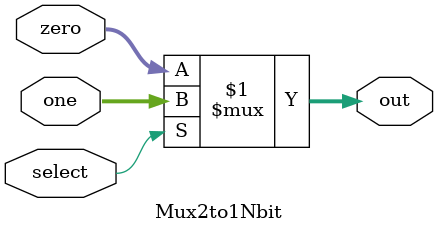
<source format=v>
module RegisterNbit (Q, D, L, R, clock);
	parameter n = 8;
	output reg [n-1:0]Q;// register output
	input [n-1:0]D; //data input
	input L; // load enable
	input R; // positive logic asynchronous reset
	input clock;
	
	always @(posedge clock or posedge R) begin
		if(R)
			Q <= 0;
		else if(L)
			Q <= D;
		else
			Q <= Q;
	end
endmodule

//Decoder5to32.v
module Decoder5to32(S, m);
	input [4:0]S; //select
	output [31:0]m; //32 minterms
	
	assign m[0] = ~S[4]&~S[3]&~S[2]&~S[1]&~S[0];
	assign m[1] = ~S[4]&~S[3]&~S[2]&~S[1]& S[0];
	assign m[2] = ~S[4]&~S[3]&~S[2]& S[1]&~S[0];
	assign m[3] = ~S[4]&~S[3]&~S[2]& S[1]& S[0];
	assign m[4] = ~S[4]&~S[3]& S[2]&~S[1]&~S[0];
	assign m[5] = ~S[4]&~S[3]& S[2]&~S[1]& S[0];
	assign m[6] = ~S[4]&~S[3]& S[2]& S[1]&~S[0];
	assign m[7] = ~S[4]&~S[3]& S[2]& S[1]& S[0];
	assign m[8] = ~S[4]& S[3]&~S[2]&~S[1]&~S[0];
	assign m[9] = ~S[4]& S[3]&~S[2]&~S[1]& S[0];
	assign m[10] = ~S[4]& S[3]&~S[2]& S[1]&~S[0];
	assign m[11] = ~S[4]& S[3]&~S[2]& S[1]& S[0];
	assign m[12] = ~S[4]& S[3]& S[2]&~S[1]&~S[0];
	assign m[13] = ~S[4]& S[3]& S[2]&~S[1]& S[0];
	assign m[14] = ~S[4]& S[3]& S[2]& S[1]&~S[0];
	assign m[15] = ~S[4]& S[3]& S[2]& S[1]& S[0];
	
	assign m[16] = S[4]&~S[3]&~S[2]&~S[1]&~S[0];
	assign m[17] = S[4]&~S[3]&~S[2]&~S[1]& S[0];
	assign m[18] = S[4]&~S[3]&~S[2]& S[1]&~S[0];
	assign m[19] = S[4]&~S[3]&~S[2]& S[1]& S[0];
	assign m[20] = S[4]&~S[3]& S[2]&~S[1]&~S[0];
	assign m[21] = S[4]&~S[3]& S[2]&~S[1]& S[0];
	assign m[22] = S[4]&~S[3]& S[2]& S[1]&~S[0];
	assign m[23] = S[4]&~S[3]& S[2]& S[1]& S[0];
	assign m[24] = S[4]& S[3]&~S[2]&~S[1]&~S[0];
	assign m[25] = S[4]& S[3]&~S[2]&~S[1]& S[0];
	assign m[26] = S[4]& S[3]&~S[2]& S[1]&~S[0];
	assign m[27] = S[4]& S[3]&~S[2]& S[1]& S[0];
	assign m[28] = S[4]& S[3]& S[2]&~S[1]&~S[0];
	assign m[29] = S[4]& S[3]& S[2]&~S[1]& S[0];
	assign m[30] = S[4]& S[3]& S[2]& S[1]&~S[0];
	assign m[31] = S[4]& S[3]& S[2]& S[1]& S[0];
	
endmodule

module Mux32to1Nbit(F, S, I00, I01, I02, I03, I04, I05, I06, I07, I08, I09, 
								  I10, I11, I12, I13, I14, I15, I16, I17, I18, I19, 
								  I20, I21, I22, I23, I24, I25, I26, I27, I28, I29,
								  I30, I31);

parameter n = 8;
output reg[n-1:0]F; //output
input [4:0]S; //select
input [n-1:0]I00, I01, I02, I03, I04, I05, I06, I07, I08, I09;
input [n-1:0]I10, I11, I12, I13, I14, I15, I16, I17, I18, I19;
input [n-1:0]I20, I21, I22, I23, I24, I25, I26, I27, I28, I29;
input [n-1:0]I30, I31;

always @(*) begin
		case(S)
			5'h00: F <= I00;
			5'h01: F <= I01;
			5'h02: F <= I02;
			5'h03: F <= I03;
			5'h04: F <= I04;
			5'h05: F <= I05;
			5'h06: F <= I06;
			5'h07: F <= I07;
			5'h08: F <= I08;
			5'h09: F <= I09;
			5'h0A: F <= I10;
			5'h0B: F <= I11;
			5'h0C: F <= I12;
			5'h0D: F <= I13;
			5'h0E: F <= I14;
			5'h0F: F <= I15;
			5'h10: F <= I16;
			5'h11: F <= I17;
			5'h12: F <= I18;
			5'h13: F <= I19;
			5'h14: F <= I20;
			5'h15: F <= I21;
			5'h16: F <= I22;
			5'h17: F <= I23;
			5'h18: F <= I24;
			5'h19: F <= I25;
			5'h1A: F <= I26;
			5'h1B: F <= I27;
			5'h1C: F <= I28;
			5'h1D: F <= I29;
			5'h1E: F <= I30;
			5'h1F: F <= I31;
		endcase
	end
endmodule

//RegisterFile32x64.v(A, B, SA, SB, D)
module RegisterFile32x64(A, B, SA, SB, D, DA, W, reset, clock, r0, r1, r2, r3, r4, r5, r6, r7);
	output [63:0]A; //A bus
	output [63:0]B; //B bus
	input [4:0]SA; // Select A - A Address
	input [4:0]SB; // Select B - B Address
	input [63:0]D; // Data input
	input [4:0]DA; // Data destination address
	input W; //write enable
	input reset; // positive logic asynchronous reset
	input clock;
	output [63:0]r0, r1, r2, r3, r4, r5, r6, r7;
	
	wire [31:0]m;
	wire [31:0]load_enable;
	Decoder5to32 decoder(DA, m);
	assign load_enable = m & {W,W,W,W,W,W,W,W,W,W,W,W,W,W,W,W,W,W,W,W,W,W,W,W,W,W,W,W,W,W,W,W};
	
	wire [63:0]R00, R01, R02, R03, R04, R05, R06, R07, R08, R09;
	wire [63:0]R10, R11, R12, R13, R14, R15, R16, R17, R18, R19;
	wire [63:0]R20, R21, R22, R23, R24, R25, R26, R27, R28, R29;
	wire [63:0]R30, R31;
	
	RegisterNbit reg00 (R00, D, load_enable[0], reset, clock);
	RegisterNbit reg01 (R01, D, load_enable[1], reset, clock);
	RegisterNbit reg02 (R02, D, load_enable[2], reset, clock);
	RegisterNbit reg03 (R03, D, load_enable[3], reset, clock);
	RegisterNbit reg04 (R04, D, load_enable[4], reset, clock);
	RegisterNbit reg05 (R05, D, load_enable[5], reset, clock);
	RegisterNbit reg06 (R06, D, load_enable[6], reset, clock);
	RegisterNbit reg07 (R07, D, load_enable[7], reset, clock);
	RegisterNbit reg08 (R08, D, load_enable[8], reset, clock);
	RegisterNbit reg09 (R09, D, load_enable[9], reset, clock);
	RegisterNbit reg10 (R10, D, load_enable[10], reset, clock);
	RegisterNbit reg11 (R11, D, load_enable[11], reset, clock);
	RegisterNbit reg12 (R12, D, load_enable[12], reset, clock);
	RegisterNbit reg13 (R13, D, load_enable[13], reset, clock);
	RegisterNbit reg14 (R14, D, load_enable[14], reset, clock);
	RegisterNbit reg15 (R15, D, load_enable[15], reset, clock);
	RegisterNbit reg16 (R16, D, load_enable[16], reset, clock);
	RegisterNbit reg17 (R17, D, load_enable[17], reset, clock);
	RegisterNbit reg18 (R18, D, load_enable[18], reset, clock);
	RegisterNbit reg19 (R19, D, load_enable[19], reset, clock);
	RegisterNbit reg20 (R20, D, load_enable[20], reset, clock);
	RegisterNbit reg21 (R21, D, load_enable[21], reset, clock);
	RegisterNbit reg22 (R22, D, load_enable[22], reset, clock);
	RegisterNbit reg23 (R23, D, load_enable[23], reset, clock);
	RegisterNbit reg24 (R24, D, load_enable[24], reset, clock);
	RegisterNbit reg25 (R25, D, load_enable[25], reset, clock);
	RegisterNbit reg26 (R26, D, load_enable[26], reset, clock);
	RegisterNbit reg27 (R27, D, load_enable[27], reset, clock);
	RegisterNbit reg28 (R28, D, load_enable[28], reset, clock);
	RegisterNbit reg29 (R29, D, load_enable[29], reset, clock);
	RegisterNbit reg30 (R30, D, load_enable[30], reset, clock);
	assign R31 = 64'h0;
	
	defparam reg00.n = 64;
	defparam reg01.n = 64;
	defparam reg02.n = 64;
	defparam reg03.n = 64;
	defparam reg04.n = 64;
	defparam reg05.n = 64;
	defparam reg06.n = 64;
	defparam reg07.n = 64;
	defparam reg08.n = 64;
	defparam reg09.n = 64;
	defparam reg10.n = 64;
	defparam reg11.n = 64;
	defparam reg12.n = 64;
	defparam reg13.n = 64;
	defparam reg14.n = 64;
	defparam reg15.n = 64;
	defparam reg16.n = 64;
	defparam reg17.n = 64;
	defparam reg18.n = 64;
	defparam reg19.n = 64;
	defparam reg20.n = 64;
	defparam reg21.n = 64;
	defparam reg22.n = 64;
	defparam reg23.n = 64;
	defparam reg24.n = 64;
	defparam reg25.n = 64;
	defparam reg26.n = 64;
	defparam reg27.n = 64;
	defparam reg28.n = 64;
	defparam reg29.n = 64;
	defparam reg30.n = 64;
	//defparam reg31.n = 64;
	
	assign r0 = R00;
	assign r1 = R01;
	assign r2 = R02;
	assign r3 = R03;
	assign r4 = R04;
	assign r5 = R05;
	assign r6 = R06;
	assign r7 = R07;
	
	
	Mux32to1Nbit muxA (A, SA, R00, R01, R02, R03, R04, R05, R06, R07, R08, R09,
									  R10, R11, R12, R13, R14, R15, R16, R17, R18, R19,
									  R20, R21, R22, R23, R24, R25, R26, R27, R28, R29, R30, R31);
	
	Mux32to1Nbit muxB (B, SB, R00, R01, R02, R03, R04, R05, R06, R07, R08, R09,
									  R10, R11, R12, R13, R14, R15, R16, R17, R18, R19,
									  R20, R21, R22, R23, R24, R25, R26, R27, R28, R29, R30, R31);
	
	defparam muxA.n = 64;
	defparam muxB.n = 64;
endmodule

module Mux2to1Nbit(zero, one, select, out);

input [63:0]zero, one;
input select;
output [63:0]out;

assign out = select ? one : zero;

endmodule

	
//later
//NbitRegister scrumdidty (whateve);
//defparm scrumdidty.n = 64;
</source>
